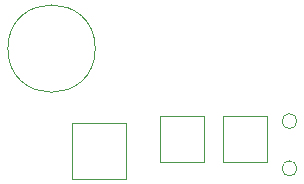
<source format=gbr>
%TF.GenerationSoftware,Altium Limited,Altium Designer,23.5.1 (21)*%
G04 Layer_Color=32768*
%FSLAX45Y45*%
%MOMM*%
%TF.SameCoordinates,4F0F0AB4-5C0D-4210-9CCF-4C3744BDD4F0*%
%TF.FilePolarity,Positive*%
%TF.FileFunction,Other,Top_Courtyard*%
%TF.Part,Single*%
G01*
G75*
%TA.AperFunction,NonConductor*%
%ADD19C,0.10000*%
%ADD30C,0.05000*%
D19*
X15355615Y4014385D02*
G03*
X15355615Y4014385I-370000J0D01*
G01*
D30*
X17063499Y3400000D02*
G03*
X17063499Y3400000I-63500J0D01*
G01*
Y3000000D02*
G03*
X17063499Y3000000I-63500J0D01*
G01*
X15160001Y3387500D02*
X15615900D01*
X15160001Y2907500D02*
Y3387500D01*
Y2907500D02*
X15615900D01*
Y3387500D01*
X16433600Y3054600D02*
Y3444600D01*
X16805600Y3054600D02*
Y3444600D01*
X16433600D02*
X16805600D01*
X16433600Y3054600D02*
X16805600D01*
X15900200D02*
Y3444600D01*
X16272200Y3054600D02*
Y3444600D01*
X15900200D02*
X16272200D01*
X15900200Y3054600D02*
X16272200D01*
%TF.MD5,343eb9cfc8bc1daa205dce40e1772bfb*%
M02*

</source>
